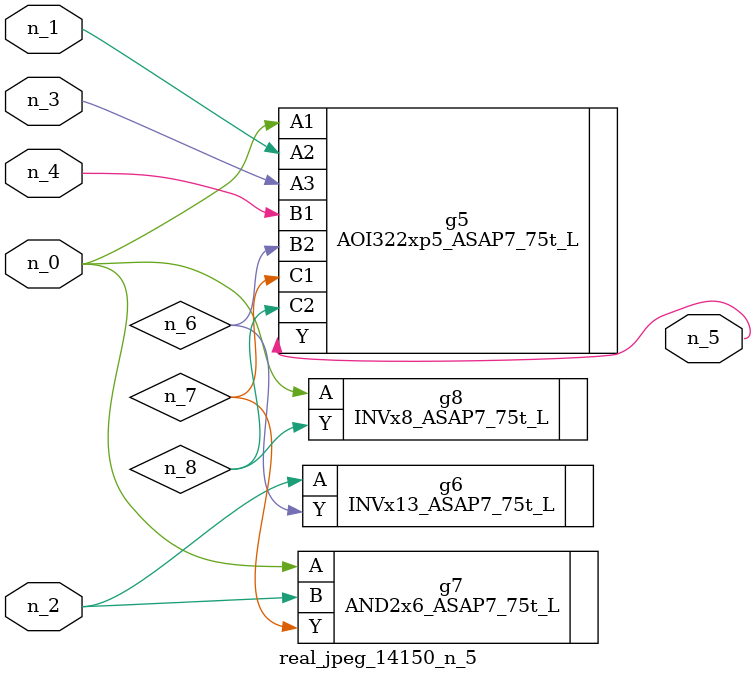
<source format=v>
module real_jpeg_14150_n_5 (n_4, n_0, n_1, n_2, n_3, n_5);

input n_4;
input n_0;
input n_1;
input n_2;
input n_3;

output n_5;

wire n_8;
wire n_6;
wire n_7;

AOI322xp5_ASAP7_75t_L g5 ( 
.A1(n_0),
.A2(n_1),
.A3(n_3),
.B1(n_4),
.B2(n_6),
.C1(n_7),
.C2(n_8),
.Y(n_5)
);

AND2x6_ASAP7_75t_L g7 ( 
.A(n_0),
.B(n_2),
.Y(n_7)
);

INVx8_ASAP7_75t_L g8 ( 
.A(n_0),
.Y(n_8)
);

INVx13_ASAP7_75t_L g6 ( 
.A(n_2),
.Y(n_6)
);


endmodule
</source>
